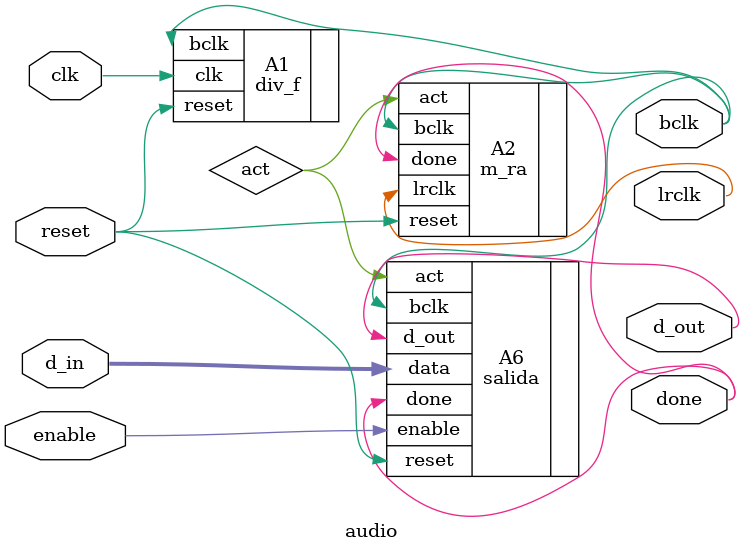
<source format=v>
module audio
 (//declaracion de variables
	input             clk,
	input		  enable,
	input      [15:0] d_in,
	input		  reset,
	output            bclk,
	output        	  lrclk,
	output            done,
	output		  d_out

);


//Divisor de frecuencias
div_f A1(.clk(clk),.reset(reset),.bclk(bclk));

//Registro acumulador
m_ra A2(.reset(reset),.bclk(bclk),.lrclk(lrclk),.done(done),.act(act));

//Registro de salida
salida A6(.act(act),.done(done), .enable(enable),.reset(reset),.bclk(bclk),.data(d_in),.d_out(d_out));


endmodule

</source>
